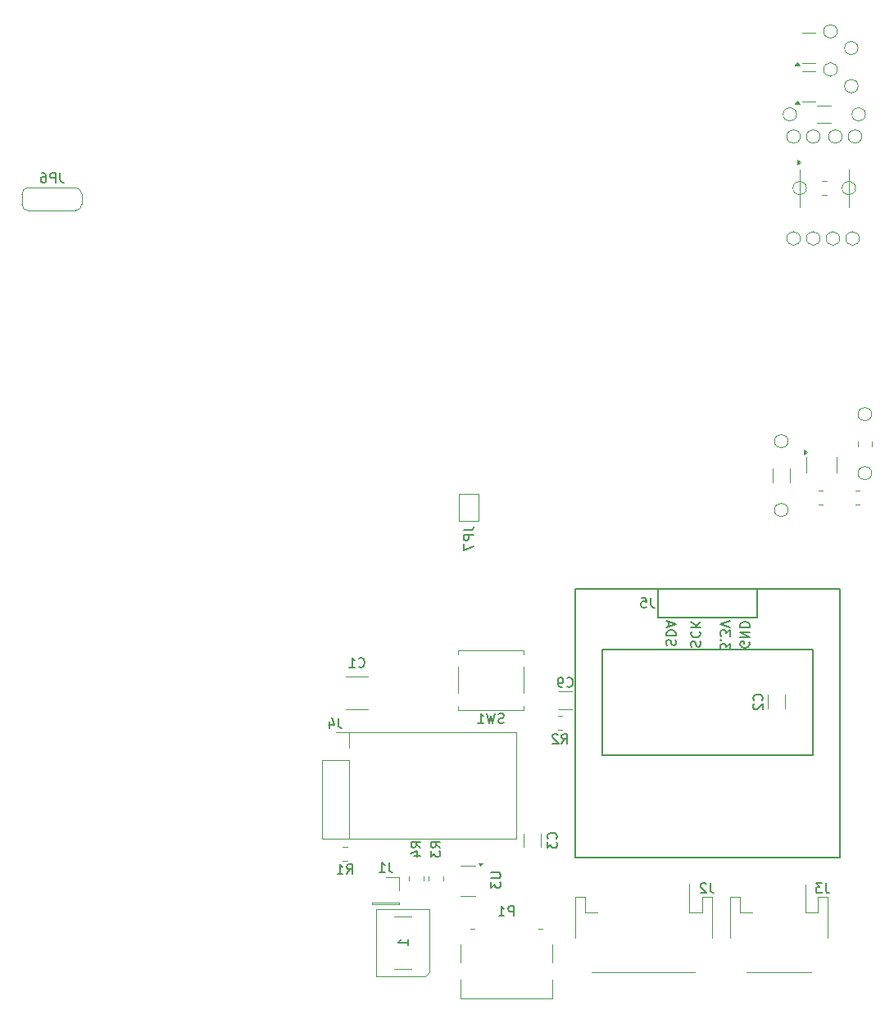
<source format=gbo>
%TF.GenerationSoftware,KiCad,Pcbnew,9.0.2*%
%TF.CreationDate,2025-06-27T14:31:59+02:00*%
%TF.ProjectId,led_driver_220v_p3,6c65645f-6472-4697-9665-725f32323076,rev?*%
%TF.SameCoordinates,Original*%
%TF.FileFunction,Legend,Bot*%
%TF.FilePolarity,Positive*%
%FSLAX46Y46*%
G04 Gerber Fmt 4.6, Leading zero omitted, Abs format (unit mm)*
G04 Created by KiCad (PCBNEW 9.0.2) date 2025-06-27 14:31:59*
%MOMM*%
%LPD*%
G01*
G04 APERTURE LIST*
%ADD10C,0.150000*%
%ADD11C,0.120000*%
G04 APERTURE END LIST*
D10*
X133788180Y-105130921D02*
X133788180Y-104511874D01*
X133788180Y-104511874D02*
X133407228Y-104845207D01*
X133407228Y-104845207D02*
X133407228Y-104702350D01*
X133407228Y-104702350D02*
X133359609Y-104607112D01*
X133359609Y-104607112D02*
X133311990Y-104559493D01*
X133311990Y-104559493D02*
X133216752Y-104511874D01*
X133216752Y-104511874D02*
X132978657Y-104511874D01*
X132978657Y-104511874D02*
X132883419Y-104559493D01*
X132883419Y-104559493D02*
X132835800Y-104607112D01*
X132835800Y-104607112D02*
X132788180Y-104702350D01*
X132788180Y-104702350D02*
X132788180Y-104988064D01*
X132788180Y-104988064D02*
X132835800Y-105083302D01*
X132835800Y-105083302D02*
X132883419Y-105130921D01*
X132883419Y-104083302D02*
X132835800Y-104035683D01*
X132835800Y-104035683D02*
X132788180Y-104083302D01*
X132788180Y-104083302D02*
X132835800Y-104130921D01*
X132835800Y-104130921D02*
X132883419Y-104083302D01*
X132883419Y-104083302D02*
X132788180Y-104083302D01*
X133788180Y-103702350D02*
X133788180Y-103083303D01*
X133788180Y-103083303D02*
X133407228Y-103416636D01*
X133407228Y-103416636D02*
X133407228Y-103273779D01*
X133407228Y-103273779D02*
X133359609Y-103178541D01*
X133359609Y-103178541D02*
X133311990Y-103130922D01*
X133311990Y-103130922D02*
X133216752Y-103083303D01*
X133216752Y-103083303D02*
X132978657Y-103083303D01*
X132978657Y-103083303D02*
X132883419Y-103130922D01*
X132883419Y-103130922D02*
X132835800Y-103178541D01*
X132835800Y-103178541D02*
X132788180Y-103273779D01*
X132788180Y-103273779D02*
X132788180Y-103559493D01*
X132788180Y-103559493D02*
X132835800Y-103654731D01*
X132835800Y-103654731D02*
X132883419Y-103702350D01*
X133788180Y-102797588D02*
X132788180Y-102464255D01*
X132788180Y-102464255D02*
X133788180Y-102130922D01*
X127247800Y-104654731D02*
X127200180Y-104511874D01*
X127200180Y-104511874D02*
X127200180Y-104273779D01*
X127200180Y-104273779D02*
X127247800Y-104178541D01*
X127247800Y-104178541D02*
X127295419Y-104130922D01*
X127295419Y-104130922D02*
X127390657Y-104083303D01*
X127390657Y-104083303D02*
X127485895Y-104083303D01*
X127485895Y-104083303D02*
X127581133Y-104130922D01*
X127581133Y-104130922D02*
X127628752Y-104178541D01*
X127628752Y-104178541D02*
X127676371Y-104273779D01*
X127676371Y-104273779D02*
X127723990Y-104464255D01*
X127723990Y-104464255D02*
X127771609Y-104559493D01*
X127771609Y-104559493D02*
X127819228Y-104607112D01*
X127819228Y-104607112D02*
X127914466Y-104654731D01*
X127914466Y-104654731D02*
X128009704Y-104654731D01*
X128009704Y-104654731D02*
X128104942Y-104607112D01*
X128104942Y-104607112D02*
X128152561Y-104559493D01*
X128152561Y-104559493D02*
X128200180Y-104464255D01*
X128200180Y-104464255D02*
X128200180Y-104226160D01*
X128200180Y-104226160D02*
X128152561Y-104083303D01*
X127200180Y-103654731D02*
X128200180Y-103654731D01*
X128200180Y-103654731D02*
X128200180Y-103416636D01*
X128200180Y-103416636D02*
X128152561Y-103273779D01*
X128152561Y-103273779D02*
X128057323Y-103178541D01*
X128057323Y-103178541D02*
X127962085Y-103130922D01*
X127962085Y-103130922D02*
X127771609Y-103083303D01*
X127771609Y-103083303D02*
X127628752Y-103083303D01*
X127628752Y-103083303D02*
X127438276Y-103130922D01*
X127438276Y-103130922D02*
X127343038Y-103178541D01*
X127343038Y-103178541D02*
X127247800Y-103273779D01*
X127247800Y-103273779D02*
X127200180Y-103416636D01*
X127200180Y-103416636D02*
X127200180Y-103654731D01*
X127485895Y-102702350D02*
X127485895Y-102226160D01*
X127200180Y-102797588D02*
X128200180Y-102464255D01*
X128200180Y-102464255D02*
X127200180Y-102130922D01*
X135772561Y-104321398D02*
X135820180Y-104416636D01*
X135820180Y-104416636D02*
X135820180Y-104559493D01*
X135820180Y-104559493D02*
X135772561Y-104702350D01*
X135772561Y-104702350D02*
X135677323Y-104797588D01*
X135677323Y-104797588D02*
X135582085Y-104845207D01*
X135582085Y-104845207D02*
X135391609Y-104892826D01*
X135391609Y-104892826D02*
X135248752Y-104892826D01*
X135248752Y-104892826D02*
X135058276Y-104845207D01*
X135058276Y-104845207D02*
X134963038Y-104797588D01*
X134963038Y-104797588D02*
X134867800Y-104702350D01*
X134867800Y-104702350D02*
X134820180Y-104559493D01*
X134820180Y-104559493D02*
X134820180Y-104464255D01*
X134820180Y-104464255D02*
X134867800Y-104321398D01*
X134867800Y-104321398D02*
X134915419Y-104273779D01*
X134915419Y-104273779D02*
X135248752Y-104273779D01*
X135248752Y-104273779D02*
X135248752Y-104464255D01*
X134820180Y-103845207D02*
X135820180Y-103845207D01*
X135820180Y-103845207D02*
X134820180Y-103273779D01*
X134820180Y-103273779D02*
X135820180Y-103273779D01*
X134820180Y-102797588D02*
X135820180Y-102797588D01*
X135820180Y-102797588D02*
X135820180Y-102559493D01*
X135820180Y-102559493D02*
X135772561Y-102416636D01*
X135772561Y-102416636D02*
X135677323Y-102321398D01*
X135677323Y-102321398D02*
X135582085Y-102273779D01*
X135582085Y-102273779D02*
X135391609Y-102226160D01*
X135391609Y-102226160D02*
X135248752Y-102226160D01*
X135248752Y-102226160D02*
X135058276Y-102273779D01*
X135058276Y-102273779D02*
X134963038Y-102321398D01*
X134963038Y-102321398D02*
X134867800Y-102416636D01*
X134867800Y-102416636D02*
X134820180Y-102559493D01*
X134820180Y-102559493D02*
X134820180Y-102797588D01*
X129787800Y-104797588D02*
X129740180Y-104654731D01*
X129740180Y-104654731D02*
X129740180Y-104416636D01*
X129740180Y-104416636D02*
X129787800Y-104321398D01*
X129787800Y-104321398D02*
X129835419Y-104273779D01*
X129835419Y-104273779D02*
X129930657Y-104226160D01*
X129930657Y-104226160D02*
X130025895Y-104226160D01*
X130025895Y-104226160D02*
X130121133Y-104273779D01*
X130121133Y-104273779D02*
X130168752Y-104321398D01*
X130168752Y-104321398D02*
X130216371Y-104416636D01*
X130216371Y-104416636D02*
X130263990Y-104607112D01*
X130263990Y-104607112D02*
X130311609Y-104702350D01*
X130311609Y-104702350D02*
X130359228Y-104749969D01*
X130359228Y-104749969D02*
X130454466Y-104797588D01*
X130454466Y-104797588D02*
X130549704Y-104797588D01*
X130549704Y-104797588D02*
X130644942Y-104749969D01*
X130644942Y-104749969D02*
X130692561Y-104702350D01*
X130692561Y-104702350D02*
X130740180Y-104607112D01*
X130740180Y-104607112D02*
X130740180Y-104369017D01*
X130740180Y-104369017D02*
X130692561Y-104226160D01*
X129835419Y-103226160D02*
X129787800Y-103273779D01*
X129787800Y-103273779D02*
X129740180Y-103416636D01*
X129740180Y-103416636D02*
X129740180Y-103511874D01*
X129740180Y-103511874D02*
X129787800Y-103654731D01*
X129787800Y-103654731D02*
X129883038Y-103749969D01*
X129883038Y-103749969D02*
X129978276Y-103797588D01*
X129978276Y-103797588D02*
X130168752Y-103845207D01*
X130168752Y-103845207D02*
X130311609Y-103845207D01*
X130311609Y-103845207D02*
X130502085Y-103797588D01*
X130502085Y-103797588D02*
X130597323Y-103749969D01*
X130597323Y-103749969D02*
X130692561Y-103654731D01*
X130692561Y-103654731D02*
X130740180Y-103511874D01*
X130740180Y-103511874D02*
X130740180Y-103416636D01*
X130740180Y-103416636D02*
X130692561Y-103273779D01*
X130692561Y-103273779D02*
X130644942Y-103226160D01*
X129740180Y-102797588D02*
X130740180Y-102797588D01*
X129740180Y-102226160D02*
X130311609Y-102654731D01*
X130740180Y-102226160D02*
X130168752Y-102797588D01*
X116391666Y-114812419D02*
X116724999Y-114336228D01*
X116963094Y-114812419D02*
X116963094Y-113812419D01*
X116963094Y-113812419D02*
X116582142Y-113812419D01*
X116582142Y-113812419D02*
X116486904Y-113860038D01*
X116486904Y-113860038D02*
X116439285Y-113907657D01*
X116439285Y-113907657D02*
X116391666Y-114002895D01*
X116391666Y-114002895D02*
X116391666Y-114145752D01*
X116391666Y-114145752D02*
X116439285Y-114240990D01*
X116439285Y-114240990D02*
X116486904Y-114288609D01*
X116486904Y-114288609D02*
X116582142Y-114336228D01*
X116582142Y-114336228D02*
X116963094Y-114336228D01*
X116010713Y-113907657D02*
X115963094Y-113860038D01*
X115963094Y-113860038D02*
X115867856Y-113812419D01*
X115867856Y-113812419D02*
X115629761Y-113812419D01*
X115629761Y-113812419D02*
X115534523Y-113860038D01*
X115534523Y-113860038D02*
X115486904Y-113907657D01*
X115486904Y-113907657D02*
X115439285Y-114002895D01*
X115439285Y-114002895D02*
X115439285Y-114098133D01*
X115439285Y-114098133D02*
X115486904Y-114240990D01*
X115486904Y-114240990D02*
X116058332Y-114812419D01*
X116058332Y-114812419D02*
X115439285Y-114812419D01*
X111418494Y-132632619D02*
X111418494Y-131632619D01*
X111418494Y-131632619D02*
X111037542Y-131632619D01*
X111037542Y-131632619D02*
X110942304Y-131680238D01*
X110942304Y-131680238D02*
X110894685Y-131727857D01*
X110894685Y-131727857D02*
X110847066Y-131823095D01*
X110847066Y-131823095D02*
X110847066Y-131965952D01*
X110847066Y-131965952D02*
X110894685Y-132061190D01*
X110894685Y-132061190D02*
X110942304Y-132108809D01*
X110942304Y-132108809D02*
X111037542Y-132156428D01*
X111037542Y-132156428D02*
X111418494Y-132156428D01*
X109894685Y-132632619D02*
X110466113Y-132632619D01*
X110180399Y-132632619D02*
X110180399Y-131632619D01*
X110180399Y-131632619D02*
X110275637Y-131775476D01*
X110275637Y-131775476D02*
X110370875Y-131870714D01*
X110370875Y-131870714D02*
X110466113Y-131918333D01*
X64559333Y-55816819D02*
X64559333Y-56531104D01*
X64559333Y-56531104D02*
X64606952Y-56673961D01*
X64606952Y-56673961D02*
X64702190Y-56769200D01*
X64702190Y-56769200D02*
X64845047Y-56816819D01*
X64845047Y-56816819D02*
X64940285Y-56816819D01*
X64083142Y-56816819D02*
X64083142Y-55816819D01*
X64083142Y-55816819D02*
X63702190Y-55816819D01*
X63702190Y-55816819D02*
X63606952Y-55864438D01*
X63606952Y-55864438D02*
X63559333Y-55912057D01*
X63559333Y-55912057D02*
X63511714Y-56007295D01*
X63511714Y-56007295D02*
X63511714Y-56150152D01*
X63511714Y-56150152D02*
X63559333Y-56245390D01*
X63559333Y-56245390D02*
X63606952Y-56293009D01*
X63606952Y-56293009D02*
X63702190Y-56340628D01*
X63702190Y-56340628D02*
X64083142Y-56340628D01*
X62654571Y-55816819D02*
X62845047Y-55816819D01*
X62845047Y-55816819D02*
X62940285Y-55864438D01*
X62940285Y-55864438D02*
X62987904Y-55912057D01*
X62987904Y-55912057D02*
X63083142Y-56054914D01*
X63083142Y-56054914D02*
X63130761Y-56245390D01*
X63130761Y-56245390D02*
X63130761Y-56626342D01*
X63130761Y-56626342D02*
X63083142Y-56721580D01*
X63083142Y-56721580D02*
X63035523Y-56769200D01*
X63035523Y-56769200D02*
X62940285Y-56816819D01*
X62940285Y-56816819D02*
X62749809Y-56816819D01*
X62749809Y-56816819D02*
X62654571Y-56769200D01*
X62654571Y-56769200D02*
X62606952Y-56721580D01*
X62606952Y-56721580D02*
X62559333Y-56626342D01*
X62559333Y-56626342D02*
X62559333Y-56388247D01*
X62559333Y-56388247D02*
X62606952Y-56293009D01*
X62606952Y-56293009D02*
X62654571Y-56245390D01*
X62654571Y-56245390D02*
X62749809Y-56197771D01*
X62749809Y-56197771D02*
X62940285Y-56197771D01*
X62940285Y-56197771D02*
X63035523Y-56245390D01*
X63035523Y-56245390D02*
X63083142Y-56293009D01*
X63083142Y-56293009D02*
X63130761Y-56388247D01*
X116925066Y-108875180D02*
X116972685Y-108922800D01*
X116972685Y-108922800D02*
X117115542Y-108970419D01*
X117115542Y-108970419D02*
X117210780Y-108970419D01*
X117210780Y-108970419D02*
X117353637Y-108922800D01*
X117353637Y-108922800D02*
X117448875Y-108827561D01*
X117448875Y-108827561D02*
X117496494Y-108732323D01*
X117496494Y-108732323D02*
X117544113Y-108541847D01*
X117544113Y-108541847D02*
X117544113Y-108398990D01*
X117544113Y-108398990D02*
X117496494Y-108208514D01*
X117496494Y-108208514D02*
X117448875Y-108113276D01*
X117448875Y-108113276D02*
X117353637Y-108018038D01*
X117353637Y-108018038D02*
X117210780Y-107970419D01*
X117210780Y-107970419D02*
X117115542Y-107970419D01*
X117115542Y-107970419D02*
X116972685Y-108018038D01*
X116972685Y-108018038D02*
X116925066Y-108065657D01*
X116448875Y-108970419D02*
X116258399Y-108970419D01*
X116258399Y-108970419D02*
X116163161Y-108922800D01*
X116163161Y-108922800D02*
X116115542Y-108875180D01*
X116115542Y-108875180D02*
X116020304Y-108732323D01*
X116020304Y-108732323D02*
X115972685Y-108541847D01*
X115972685Y-108541847D02*
X115972685Y-108160895D01*
X115972685Y-108160895D02*
X116020304Y-108065657D01*
X116020304Y-108065657D02*
X116067923Y-108018038D01*
X116067923Y-108018038D02*
X116163161Y-107970419D01*
X116163161Y-107970419D02*
X116353637Y-107970419D01*
X116353637Y-107970419D02*
X116448875Y-108018038D01*
X116448875Y-108018038D02*
X116496494Y-108065657D01*
X116496494Y-108065657D02*
X116544113Y-108160895D01*
X116544113Y-108160895D02*
X116544113Y-108398990D01*
X116544113Y-108398990D02*
X116496494Y-108494228D01*
X116496494Y-108494228D02*
X116448875Y-108541847D01*
X116448875Y-108541847D02*
X116353637Y-108589466D01*
X116353637Y-108589466D02*
X116163161Y-108589466D01*
X116163161Y-108589466D02*
X116067923Y-108541847D01*
X116067923Y-108541847D02*
X116020304Y-108494228D01*
X116020304Y-108494228D02*
X115972685Y-108398990D01*
X93317333Y-112186819D02*
X93317333Y-112901104D01*
X93317333Y-112901104D02*
X93364952Y-113043961D01*
X93364952Y-113043961D02*
X93460190Y-113139200D01*
X93460190Y-113139200D02*
X93603047Y-113186819D01*
X93603047Y-113186819D02*
X93698285Y-113186819D01*
X92412571Y-112520152D02*
X92412571Y-113186819D01*
X92650666Y-112139200D02*
X92888761Y-112853485D01*
X92888761Y-112853485D02*
X92269714Y-112853485D01*
X100487819Y-135644914D02*
X100487819Y-135073486D01*
X100487819Y-135359200D02*
X99487819Y-135359200D01*
X99487819Y-135359200D02*
X99630676Y-135263962D01*
X99630676Y-135263962D02*
X99725914Y-135168724D01*
X99725914Y-135168724D02*
X99773533Y-135073486D01*
X115810380Y-124643433D02*
X115858000Y-124595814D01*
X115858000Y-124595814D02*
X115905619Y-124452957D01*
X115905619Y-124452957D02*
X115905619Y-124357719D01*
X115905619Y-124357719D02*
X115858000Y-124214862D01*
X115858000Y-124214862D02*
X115762761Y-124119624D01*
X115762761Y-124119624D02*
X115667523Y-124072005D01*
X115667523Y-124072005D02*
X115477047Y-124024386D01*
X115477047Y-124024386D02*
X115334190Y-124024386D01*
X115334190Y-124024386D02*
X115143714Y-124072005D01*
X115143714Y-124072005D02*
X115048476Y-124119624D01*
X115048476Y-124119624D02*
X114953238Y-124214862D01*
X114953238Y-124214862D02*
X114905619Y-124357719D01*
X114905619Y-124357719D02*
X114905619Y-124452957D01*
X114905619Y-124452957D02*
X114953238Y-124595814D01*
X114953238Y-124595814D02*
X115000857Y-124643433D01*
X114905619Y-124976767D02*
X114905619Y-125595814D01*
X114905619Y-125595814D02*
X115286571Y-125262481D01*
X115286571Y-125262481D02*
X115286571Y-125405338D01*
X115286571Y-125405338D02*
X115334190Y-125500576D01*
X115334190Y-125500576D02*
X115381809Y-125548195D01*
X115381809Y-125548195D02*
X115477047Y-125595814D01*
X115477047Y-125595814D02*
X115715142Y-125595814D01*
X115715142Y-125595814D02*
X115810380Y-125548195D01*
X115810380Y-125548195D02*
X115858000Y-125500576D01*
X115858000Y-125500576D02*
X115905619Y-125405338D01*
X115905619Y-125405338D02*
X115905619Y-125119624D01*
X115905619Y-125119624D02*
X115858000Y-125024386D01*
X115858000Y-125024386D02*
X115810380Y-124976767D01*
X125588533Y-99740819D02*
X125588533Y-100455104D01*
X125588533Y-100455104D02*
X125636152Y-100597961D01*
X125636152Y-100597961D02*
X125731390Y-100693200D01*
X125731390Y-100693200D02*
X125874247Y-100740819D01*
X125874247Y-100740819D02*
X125969485Y-100740819D01*
X124636152Y-99740819D02*
X125112342Y-99740819D01*
X125112342Y-99740819D02*
X125159961Y-100217009D01*
X125159961Y-100217009D02*
X125112342Y-100169390D01*
X125112342Y-100169390D02*
X125017104Y-100121771D01*
X125017104Y-100121771D02*
X124779009Y-100121771D01*
X124779009Y-100121771D02*
X124683771Y-100169390D01*
X124683771Y-100169390D02*
X124636152Y-100217009D01*
X124636152Y-100217009D02*
X124588533Y-100312247D01*
X124588533Y-100312247D02*
X124588533Y-100550342D01*
X124588533Y-100550342D02*
X124636152Y-100645580D01*
X124636152Y-100645580D02*
X124683771Y-100693200D01*
X124683771Y-100693200D02*
X124779009Y-100740819D01*
X124779009Y-100740819D02*
X125017104Y-100740819D01*
X125017104Y-100740819D02*
X125112342Y-100693200D01*
X125112342Y-100693200D02*
X125159961Y-100645580D01*
X98549733Y-127078819D02*
X98549733Y-127793104D01*
X98549733Y-127793104D02*
X98597352Y-127935961D01*
X98597352Y-127935961D02*
X98692590Y-128031200D01*
X98692590Y-128031200D02*
X98835447Y-128078819D01*
X98835447Y-128078819D02*
X98930685Y-128078819D01*
X97549733Y-128078819D02*
X98121161Y-128078819D01*
X97835447Y-128078819D02*
X97835447Y-127078819D01*
X97835447Y-127078819D02*
X97930685Y-127221676D01*
X97930685Y-127221676D02*
X98025923Y-127316914D01*
X98025923Y-127316914D02*
X98121161Y-127364533D01*
X137086580Y-110330133D02*
X137134200Y-110282514D01*
X137134200Y-110282514D02*
X137181819Y-110139657D01*
X137181819Y-110139657D02*
X137181819Y-110044419D01*
X137181819Y-110044419D02*
X137134200Y-109901562D01*
X137134200Y-109901562D02*
X137038961Y-109806324D01*
X137038961Y-109806324D02*
X136943723Y-109758705D01*
X136943723Y-109758705D02*
X136753247Y-109711086D01*
X136753247Y-109711086D02*
X136610390Y-109711086D01*
X136610390Y-109711086D02*
X136419914Y-109758705D01*
X136419914Y-109758705D02*
X136324676Y-109806324D01*
X136324676Y-109806324D02*
X136229438Y-109901562D01*
X136229438Y-109901562D02*
X136181819Y-110044419D01*
X136181819Y-110044419D02*
X136181819Y-110139657D01*
X136181819Y-110139657D02*
X136229438Y-110282514D01*
X136229438Y-110282514D02*
X136277057Y-110330133D01*
X136277057Y-110711086D02*
X136229438Y-110758705D01*
X136229438Y-110758705D02*
X136181819Y-110853943D01*
X136181819Y-110853943D02*
X136181819Y-111092038D01*
X136181819Y-111092038D02*
X136229438Y-111187276D01*
X136229438Y-111187276D02*
X136277057Y-111234895D01*
X136277057Y-111234895D02*
X136372295Y-111282514D01*
X136372295Y-111282514D02*
X136467533Y-111282514D01*
X136467533Y-111282514D02*
X136610390Y-111234895D01*
X136610390Y-111234895D02*
X137181819Y-110663467D01*
X137181819Y-110663467D02*
X137181819Y-111282514D01*
X94166666Y-128298819D02*
X94499999Y-127822628D01*
X94738094Y-128298819D02*
X94738094Y-127298819D01*
X94738094Y-127298819D02*
X94357142Y-127298819D01*
X94357142Y-127298819D02*
X94261904Y-127346438D01*
X94261904Y-127346438D02*
X94214285Y-127394057D01*
X94214285Y-127394057D02*
X94166666Y-127489295D01*
X94166666Y-127489295D02*
X94166666Y-127632152D01*
X94166666Y-127632152D02*
X94214285Y-127727390D01*
X94214285Y-127727390D02*
X94261904Y-127775009D01*
X94261904Y-127775009D02*
X94357142Y-127822628D01*
X94357142Y-127822628D02*
X94738094Y-127822628D01*
X93214285Y-128298819D02*
X93785713Y-128298819D01*
X93499999Y-128298819D02*
X93499999Y-127298819D01*
X93499999Y-127298819D02*
X93595237Y-127441676D01*
X93595237Y-127441676D02*
X93690475Y-127536914D01*
X93690475Y-127536914D02*
X93785713Y-127584533D01*
X101820819Y-125551333D02*
X101344628Y-125218000D01*
X101820819Y-124979905D02*
X100820819Y-124979905D01*
X100820819Y-124979905D02*
X100820819Y-125360857D01*
X100820819Y-125360857D02*
X100868438Y-125456095D01*
X100868438Y-125456095D02*
X100916057Y-125503714D01*
X100916057Y-125503714D02*
X101011295Y-125551333D01*
X101011295Y-125551333D02*
X101154152Y-125551333D01*
X101154152Y-125551333D02*
X101249390Y-125503714D01*
X101249390Y-125503714D02*
X101297009Y-125456095D01*
X101297009Y-125456095D02*
X101344628Y-125360857D01*
X101344628Y-125360857D02*
X101344628Y-124979905D01*
X101154152Y-126408476D02*
X101820819Y-126408476D01*
X100773200Y-126170381D02*
X101487485Y-125932286D01*
X101487485Y-125932286D02*
X101487485Y-126551333D01*
X109081319Y-128160095D02*
X109890842Y-128160095D01*
X109890842Y-128160095D02*
X109986080Y-128207714D01*
X109986080Y-128207714D02*
X110033700Y-128255333D01*
X110033700Y-128255333D02*
X110081319Y-128350571D01*
X110081319Y-128350571D02*
X110081319Y-128541047D01*
X110081319Y-128541047D02*
X110033700Y-128636285D01*
X110033700Y-128636285D02*
X109986080Y-128683904D01*
X109986080Y-128683904D02*
X109890842Y-128731523D01*
X109890842Y-128731523D02*
X109081319Y-128731523D01*
X109081319Y-129112476D02*
X109081319Y-129731523D01*
X109081319Y-129731523D02*
X109462271Y-129398190D01*
X109462271Y-129398190D02*
X109462271Y-129541047D01*
X109462271Y-129541047D02*
X109509890Y-129636285D01*
X109509890Y-129636285D02*
X109557509Y-129683904D01*
X109557509Y-129683904D02*
X109652747Y-129731523D01*
X109652747Y-129731523D02*
X109890842Y-129731523D01*
X109890842Y-129731523D02*
X109986080Y-129683904D01*
X109986080Y-129683904D02*
X110033700Y-129636285D01*
X110033700Y-129636285D02*
X110081319Y-129541047D01*
X110081319Y-129541047D02*
X110081319Y-129255333D01*
X110081319Y-129255333D02*
X110033700Y-129160095D01*
X110033700Y-129160095D02*
X109986080Y-129112476D01*
X143673333Y-129246019D02*
X143673333Y-129960304D01*
X143673333Y-129960304D02*
X143720952Y-130103161D01*
X143720952Y-130103161D02*
X143816190Y-130198400D01*
X143816190Y-130198400D02*
X143959047Y-130246019D01*
X143959047Y-130246019D02*
X144054285Y-130246019D01*
X143292380Y-129246019D02*
X142673333Y-129246019D01*
X142673333Y-129246019D02*
X143006666Y-129626971D01*
X143006666Y-129626971D02*
X142863809Y-129626971D01*
X142863809Y-129626971D02*
X142768571Y-129674590D01*
X142768571Y-129674590D02*
X142720952Y-129722209D01*
X142720952Y-129722209D02*
X142673333Y-129817447D01*
X142673333Y-129817447D02*
X142673333Y-130055542D01*
X142673333Y-130055542D02*
X142720952Y-130150780D01*
X142720952Y-130150780D02*
X142768571Y-130198400D01*
X142768571Y-130198400D02*
X142863809Y-130246019D01*
X142863809Y-130246019D02*
X143149523Y-130246019D01*
X143149523Y-130246019D02*
X143244761Y-130198400D01*
X143244761Y-130198400D02*
X143292380Y-130150780D01*
X110405332Y-112656600D02*
X110262475Y-112704219D01*
X110262475Y-112704219D02*
X110024380Y-112704219D01*
X110024380Y-112704219D02*
X109929142Y-112656600D01*
X109929142Y-112656600D02*
X109881523Y-112608980D01*
X109881523Y-112608980D02*
X109833904Y-112513742D01*
X109833904Y-112513742D02*
X109833904Y-112418504D01*
X109833904Y-112418504D02*
X109881523Y-112323266D01*
X109881523Y-112323266D02*
X109929142Y-112275647D01*
X109929142Y-112275647D02*
X110024380Y-112228028D01*
X110024380Y-112228028D02*
X110214856Y-112180409D01*
X110214856Y-112180409D02*
X110310094Y-112132790D01*
X110310094Y-112132790D02*
X110357713Y-112085171D01*
X110357713Y-112085171D02*
X110405332Y-111989933D01*
X110405332Y-111989933D02*
X110405332Y-111894695D01*
X110405332Y-111894695D02*
X110357713Y-111799457D01*
X110357713Y-111799457D02*
X110310094Y-111751838D01*
X110310094Y-111751838D02*
X110214856Y-111704219D01*
X110214856Y-111704219D02*
X109976761Y-111704219D01*
X109976761Y-111704219D02*
X109833904Y-111751838D01*
X109500570Y-111704219D02*
X109262475Y-112704219D01*
X109262475Y-112704219D02*
X109071999Y-111989933D01*
X109071999Y-111989933D02*
X108881523Y-112704219D01*
X108881523Y-112704219D02*
X108643428Y-111704219D01*
X107738666Y-112704219D02*
X108310094Y-112704219D01*
X108024380Y-112704219D02*
X108024380Y-111704219D01*
X108024380Y-111704219D02*
X108119618Y-111847076D01*
X108119618Y-111847076D02*
X108214856Y-111942314D01*
X108214856Y-111942314D02*
X108310094Y-111989933D01*
X95402966Y-106850980D02*
X95450585Y-106898600D01*
X95450585Y-106898600D02*
X95593442Y-106946219D01*
X95593442Y-106946219D02*
X95688680Y-106946219D01*
X95688680Y-106946219D02*
X95831537Y-106898600D01*
X95831537Y-106898600D02*
X95926775Y-106803361D01*
X95926775Y-106803361D02*
X95974394Y-106708123D01*
X95974394Y-106708123D02*
X96022013Y-106517647D01*
X96022013Y-106517647D02*
X96022013Y-106374790D01*
X96022013Y-106374790D02*
X95974394Y-106184314D01*
X95974394Y-106184314D02*
X95926775Y-106089076D01*
X95926775Y-106089076D02*
X95831537Y-105993838D01*
X95831537Y-105993838D02*
X95688680Y-105946219D01*
X95688680Y-105946219D02*
X95593442Y-105946219D01*
X95593442Y-105946219D02*
X95450585Y-105993838D01*
X95450585Y-105993838D02*
X95402966Y-106041457D01*
X94450585Y-106946219D02*
X95022013Y-106946219D01*
X94736299Y-106946219D02*
X94736299Y-105946219D01*
X94736299Y-105946219D02*
X94831537Y-106089076D01*
X94831537Y-106089076D02*
X94926775Y-106184314D01*
X94926775Y-106184314D02*
X95022013Y-106231933D01*
X103852819Y-125551333D02*
X103376628Y-125218000D01*
X103852819Y-124979905D02*
X102852819Y-124979905D01*
X102852819Y-124979905D02*
X102852819Y-125360857D01*
X102852819Y-125360857D02*
X102900438Y-125456095D01*
X102900438Y-125456095D02*
X102948057Y-125503714D01*
X102948057Y-125503714D02*
X103043295Y-125551333D01*
X103043295Y-125551333D02*
X103186152Y-125551333D01*
X103186152Y-125551333D02*
X103281390Y-125503714D01*
X103281390Y-125503714D02*
X103329009Y-125456095D01*
X103329009Y-125456095D02*
X103376628Y-125360857D01*
X103376628Y-125360857D02*
X103376628Y-124979905D01*
X102852819Y-125884667D02*
X102852819Y-126503714D01*
X102852819Y-126503714D02*
X103233771Y-126170381D01*
X103233771Y-126170381D02*
X103233771Y-126313238D01*
X103233771Y-126313238D02*
X103281390Y-126408476D01*
X103281390Y-126408476D02*
X103329009Y-126456095D01*
X103329009Y-126456095D02*
X103424247Y-126503714D01*
X103424247Y-126503714D02*
X103662342Y-126503714D01*
X103662342Y-126503714D02*
X103757580Y-126456095D01*
X103757580Y-126456095D02*
X103805200Y-126408476D01*
X103805200Y-126408476D02*
X103852819Y-126313238D01*
X103852819Y-126313238D02*
X103852819Y-126027524D01*
X103852819Y-126027524D02*
X103805200Y-125932286D01*
X103805200Y-125932286D02*
X103757580Y-125884667D01*
X131735333Y-129225019D02*
X131735333Y-129939304D01*
X131735333Y-129939304D02*
X131782952Y-130082161D01*
X131782952Y-130082161D02*
X131878190Y-130177400D01*
X131878190Y-130177400D02*
X132021047Y-130225019D01*
X132021047Y-130225019D02*
X132116285Y-130225019D01*
X131306761Y-129320257D02*
X131259142Y-129272638D01*
X131259142Y-129272638D02*
X131163904Y-129225019D01*
X131163904Y-129225019D02*
X130925809Y-129225019D01*
X130925809Y-129225019D02*
X130830571Y-129272638D01*
X130830571Y-129272638D02*
X130782952Y-129320257D01*
X130782952Y-129320257D02*
X130735333Y-129415495D01*
X130735333Y-129415495D02*
X130735333Y-129510733D01*
X130735333Y-129510733D02*
X130782952Y-129653590D01*
X130782952Y-129653590D02*
X131354380Y-130225019D01*
X131354380Y-130225019D02*
X130735333Y-130225019D01*
X106254819Y-92766666D02*
X106969104Y-92766666D01*
X106969104Y-92766666D02*
X107111961Y-92719047D01*
X107111961Y-92719047D02*
X107207200Y-92623809D01*
X107207200Y-92623809D02*
X107254819Y-92480952D01*
X107254819Y-92480952D02*
X107254819Y-92385714D01*
X107254819Y-93242857D02*
X106254819Y-93242857D01*
X106254819Y-93242857D02*
X106254819Y-93623809D01*
X106254819Y-93623809D02*
X106302438Y-93719047D01*
X106302438Y-93719047D02*
X106350057Y-93766666D01*
X106350057Y-93766666D02*
X106445295Y-93814285D01*
X106445295Y-93814285D02*
X106588152Y-93814285D01*
X106588152Y-93814285D02*
X106683390Y-93766666D01*
X106683390Y-93766666D02*
X106731009Y-93719047D01*
X106731009Y-93719047D02*
X106778628Y-93623809D01*
X106778628Y-93623809D02*
X106778628Y-93242857D01*
X106254819Y-94147619D02*
X106254819Y-94814285D01*
X106254819Y-94814285D02*
X107254819Y-94385714D01*
D11*
%TO.C,TP49*%
X148414000Y-86856000D02*
G75*
G02*
X147014000Y-86856000I-700000J0D01*
G01*
X147014000Y-86856000D02*
G75*
G02*
X148414000Y-86856000I700000J0D01*
G01*
%TO.C,TP48*%
X139778000Y-90666000D02*
G75*
G02*
X138378000Y-90666000I-700000J0D01*
G01*
X138378000Y-90666000D02*
G75*
G02*
X139778000Y-90666000I700000J0D01*
G01*
%TO.C,TP47*%
X148414000Y-80760000D02*
G75*
G02*
X147014000Y-80760000I-700000J0D01*
G01*
X147014000Y-80760000D02*
G75*
G02*
X148414000Y-80760000I700000J0D01*
G01*
%TO.C,R9*%
X146979000Y-83596936D02*
X146979000Y-84051064D01*
X148449000Y-83596936D02*
X148449000Y-84051064D01*
%TO.C,R8*%
X138168000Y-86382936D02*
X138168000Y-87837064D01*
X139988000Y-86382936D02*
X139988000Y-87837064D01*
%TO.C,U3*%
X141709000Y-85961500D02*
X141709000Y-85161500D01*
X141709000Y-85961500D02*
X141709000Y-86761500D01*
X144829000Y-85961500D02*
X144829000Y-85161500D01*
X144829000Y-85961500D02*
X144829000Y-86761500D01*
X141759000Y-84661500D02*
X141429000Y-84901500D01*
X141429000Y-84421500D01*
X141759000Y-84661500D01*
G36*
X141759000Y-84661500D02*
G01*
X141429000Y-84901500D01*
X141429000Y-84421500D01*
X141759000Y-84661500D01*
G37*
%TO.C,R7*%
X146740936Y-90131000D02*
X147195064Y-90131000D01*
X146740936Y-88661000D02*
X147195064Y-88661000D01*
%TO.C,R6*%
X142930936Y-90131000D02*
X143385064Y-90131000D01*
X142930936Y-88661000D02*
X143385064Y-88661000D01*
%TO.C,R2*%
X115997936Y-111946200D02*
X116452064Y-111946200D01*
X115997936Y-113416200D02*
X116452064Y-113416200D01*
%TO.C,P1*%
X105930400Y-135556000D02*
X105930400Y-137461000D01*
X105930600Y-139239000D02*
X105930600Y-141118600D01*
X107378400Y-133936000D02*
X106972000Y-133936000D01*
X114388800Y-133936000D02*
X113982400Y-133936000D01*
X115430200Y-139239000D02*
X115430200Y-141118600D01*
X115430200Y-141118600D02*
X105930600Y-141118600D01*
X115430400Y-135556000D02*
X115430200Y-137461000D01*
%TO.C,JP6*%
X60616000Y-58042000D02*
X60616000Y-59042000D01*
X61316000Y-59736998D02*
X66116000Y-59742660D01*
X66086325Y-57332630D02*
X61316110Y-57326975D01*
X66816000Y-59042000D02*
X66816000Y-58042000D01*
X60616000Y-58042000D02*
G75*
G02*
X61316000Y-57326974I700110J14760D01*
G01*
X61316000Y-59736994D02*
G75*
G02*
X60616004Y-59042000I-10J700004D01*
G01*
X66116000Y-57332000D02*
G75*
G02*
X66816000Y-58032000I1J-699999D01*
G01*
X66816000Y-59032000D02*
G75*
G02*
X66116000Y-59732000I-699999J-1D01*
G01*
%TO.C,R5*%
X143766064Y-56657000D02*
X143311936Y-56657000D01*
X143766064Y-58127000D02*
X143311936Y-58127000D01*
%TO.C,TP41*%
X141048000Y-62599000D02*
G75*
G02*
X139648000Y-62599000I-700000J0D01*
G01*
X139648000Y-62599000D02*
G75*
G02*
X141048000Y-62599000I700000J0D01*
G01*
%TO.C,TP35*%
X145366000Y-52058000D02*
G75*
G02*
X143966000Y-52058000I-700000J0D01*
G01*
X143966000Y-52058000D02*
G75*
G02*
X145366000Y-52058000I700000J0D01*
G01*
%TO.C,TP30*%
X147017000Y-42914000D02*
G75*
G02*
X145617000Y-42914000I-700000J0D01*
G01*
X145617000Y-42914000D02*
G75*
G02*
X147017000Y-42914000I700000J0D01*
G01*
%TO.C,TP45*%
X141683000Y-57392000D02*
G75*
G02*
X140283000Y-57392000I-700000J0D01*
G01*
X140283000Y-57392000D02*
G75*
G02*
X141683000Y-57392000I700000J0D01*
G01*
%TO.C,C9*%
X116060248Y-109434400D02*
X117482752Y-109434400D01*
X116060248Y-111254400D02*
X117482752Y-111254400D01*
%TO.C,TP31*%
X147017000Y-46851000D02*
G75*
G02*
X145617000Y-46851000I-700000J0D01*
G01*
X145617000Y-46851000D02*
G75*
G02*
X147017000Y-46851000I700000J0D01*
G01*
%TO.C,J4*%
X91668000Y-116542000D02*
X91668000Y-124622000D01*
X94428000Y-116542000D02*
X91668000Y-116542000D01*
X94428000Y-116542000D02*
X94428000Y-124622000D01*
X94428000Y-124622000D02*
X91668000Y-124622000D01*
X94428000Y-124622000D02*
X111718000Y-124622000D01*
X94448000Y-113622000D02*
X93048000Y-113622000D01*
X94448000Y-113622000D02*
X111718000Y-113622000D01*
X94448000Y-115272000D02*
X94448000Y-113622000D01*
X111718000Y-113622000D02*
X111718000Y-124622000D01*
%TO.C,TP44*%
X146763000Y-57392000D02*
G75*
G02*
X145363000Y-57392000I-700000J0D01*
G01*
X145363000Y-57392000D02*
G75*
G02*
X146763000Y-57392000I700000J0D01*
G01*
%TO.C,D1*%
X97245400Y-131900400D02*
X97245400Y-138900400D01*
X97245400Y-131900400D02*
X102745400Y-131900400D01*
X100895400Y-132700400D02*
X99095400Y-132700400D01*
X100895400Y-138100400D02*
X99095400Y-138100400D01*
X102295400Y-138900400D02*
X97245400Y-138900400D01*
X102745400Y-131900400D02*
X102745400Y-138450400D01*
X102745400Y-138450400D02*
X102295400Y-138900400D01*
%TO.C,J51*%
X140963000Y-57392000D02*
X140963000Y-55442000D01*
X140963000Y-57392000D02*
X140963000Y-59342000D01*
X146083000Y-57392000D02*
X146083000Y-55442000D01*
X146083000Y-57392000D02*
X146083000Y-59342000D01*
X141058000Y-54692000D02*
X140728000Y-54932000D01*
X140728000Y-54452000D01*
X141058000Y-54692000D01*
G36*
X141058000Y-54692000D02*
G01*
X140728000Y-54932000D01*
X140728000Y-54452000D01*
X141058000Y-54692000D01*
G37*
%TO.C,TP32*%
X144858000Y-45134000D02*
G75*
G02*
X143458000Y-45134000I-700000J0D01*
G01*
X143458000Y-45134000D02*
G75*
G02*
X144858000Y-45134000I700000J0D01*
G01*
%TO.C,C3*%
X112458000Y-124098848D02*
X112458000Y-125521352D01*
X114278000Y-124098848D02*
X114278000Y-125521352D01*
D10*
%TO.C,J5*%
X117752800Y-98786000D02*
X117752800Y-126586000D01*
X120552800Y-105086000D02*
X120552800Y-115950000D01*
X126352800Y-98786000D02*
X126352800Y-101786000D01*
X136552800Y-98786000D02*
X126352800Y-98786000D01*
X136552800Y-98786000D02*
X136552800Y-101786000D01*
X136552800Y-101786000D02*
X126352800Y-101786000D01*
X142324800Y-105086000D02*
X120580800Y-105086000D01*
X142324800Y-115986000D02*
X120580800Y-115986000D01*
X142352800Y-105086000D02*
X142352800Y-115950000D01*
X145102800Y-98786000D02*
X117802800Y-98786000D01*
X145102800Y-126586000D02*
X117802800Y-126586000D01*
X145152800Y-98786000D02*
X145152800Y-126586000D01*
D11*
%TO.C,J1*%
X96836400Y-131274000D02*
X96836400Y-131384000D01*
X99596400Y-128624000D02*
X98216400Y-128624000D01*
X99596400Y-130004000D02*
X99596400Y-128624000D01*
X99596400Y-131274000D02*
X96836400Y-131274000D01*
X99596400Y-131274000D02*
X99596400Y-131384000D01*
X99596400Y-131384000D02*
X96836400Y-131384000D01*
%TO.C,C2*%
X137667000Y-109785548D02*
X137667000Y-111208052D01*
X139487000Y-109785548D02*
X139487000Y-111208052D01*
%TO.C,R1*%
X93772936Y-125459000D02*
X94227064Y-125459000D01*
X93772936Y-126929000D02*
X94227064Y-126929000D01*
%TO.C,TP34*%
X147398000Y-52058000D02*
G75*
G02*
X145998000Y-52058000I-700000J0D01*
G01*
X145998000Y-52058000D02*
G75*
G02*
X147398000Y-52058000I700000J0D01*
G01*
%TO.C,R4*%
X100631000Y-128977064D02*
X100631000Y-128522936D01*
X102101000Y-128977064D02*
X102101000Y-128522936D01*
%TO.C,TP38*%
X147144000Y-62599000D02*
G75*
G02*
X145744000Y-62599000I-700000J0D01*
G01*
X145744000Y-62599000D02*
G75*
G02*
X147144000Y-62599000I700000J0D01*
G01*
%TO.C,Q3*%
X141920500Y-45291000D02*
X141270500Y-45291000D01*
X141920500Y-45291000D02*
X142570500Y-45291000D01*
X141920500Y-48411000D02*
X141270500Y-48411000D01*
X141920500Y-48411000D02*
X142570500Y-48411000D01*
X140998000Y-48691000D02*
X140518000Y-48691000D01*
X140758000Y-48361000D01*
X140998000Y-48691000D01*
G36*
X140998000Y-48691000D02*
G01*
X140518000Y-48691000D01*
X140758000Y-48361000D01*
X140998000Y-48691000D01*
G37*
%TO.C,TP42*%
X147779000Y-49772000D02*
G75*
G02*
X146379000Y-49772000I-700000J0D01*
G01*
X146379000Y-49772000D02*
G75*
G02*
X147779000Y-49772000I700000J0D01*
G01*
%TO.C,Q2*%
X141920500Y-41354000D02*
X141270500Y-41354000D01*
X141920500Y-41354000D02*
X142570500Y-41354000D01*
X141920500Y-44474000D02*
X141270500Y-44474000D01*
X141920500Y-44474000D02*
X142570500Y-44474000D01*
X140998000Y-44754000D02*
X140518000Y-44754000D01*
X140758000Y-44424000D01*
X140998000Y-44754000D01*
G36*
X140998000Y-44754000D02*
G01*
X140518000Y-44754000D01*
X140758000Y-44424000D01*
X140998000Y-44754000D01*
G37*
%TO.C,TP40*%
X143080000Y-62599000D02*
G75*
G02*
X141680000Y-62599000I-700000J0D01*
G01*
X141680000Y-62599000D02*
G75*
G02*
X143080000Y-62599000I700000J0D01*
G01*
%TO.C,TP36*%
X143080000Y-52058000D02*
G75*
G02*
X141680000Y-52058000I-700000J0D01*
G01*
X141680000Y-52058000D02*
G75*
G02*
X143080000Y-52058000I700000J0D01*
G01*
%TO.C,TP33*%
X144858000Y-41197000D02*
G75*
G02*
X143458000Y-41197000I-700000J0D01*
G01*
X143458000Y-41197000D02*
G75*
G02*
X144858000Y-41197000I700000J0D01*
G01*
%TO.C,R4*%
X144250064Y-48862000D02*
X142795936Y-48862000D01*
X144250064Y-50682000D02*
X142795936Y-50682000D01*
%TO.C,TP39*%
X145112000Y-62599000D02*
G75*
G02*
X143712000Y-62599000I-700000J0D01*
G01*
X143712000Y-62599000D02*
G75*
G02*
X145112000Y-62599000I700000J0D01*
G01*
%TO.C,U3*%
X106700000Y-127428000D02*
X105900000Y-127428000D01*
X106700000Y-127428000D02*
X107500000Y-127428000D01*
X106700000Y-130548000D02*
X105900000Y-130548000D01*
X106700000Y-130548000D02*
X107500000Y-130548000D01*
X108000000Y-127478000D02*
X107760000Y-127148000D01*
X108240000Y-127148000D01*
X108000000Y-127478000D01*
G36*
X108000000Y-127478000D02*
G01*
X107760000Y-127148000D01*
X108240000Y-127148000D01*
X108000000Y-127478000D01*
G37*
%TO.C,J3*%
X133777600Y-130652000D02*
X134797600Y-130652000D01*
X133777600Y-134902000D02*
X133777600Y-130652000D01*
X134797600Y-130652000D02*
X134797600Y-132252000D01*
X134797600Y-132252000D02*
X136077600Y-132252000D01*
X141597600Y-132252000D02*
X141597600Y-129362000D01*
X142177600Y-138472000D02*
X135497600Y-138472000D01*
X142877600Y-130652000D02*
X142877600Y-132252000D01*
X142877600Y-132252000D02*
X141597600Y-132252000D01*
X143897600Y-130652000D02*
X142877600Y-130652000D01*
X143897600Y-134902000D02*
X143897600Y-130652000D01*
%TO.C,SW1*%
X105722000Y-105142800D02*
X105722000Y-105592800D01*
X105722000Y-106892800D02*
X105722000Y-109592800D01*
X105722000Y-111342800D02*
X105722000Y-110942800D01*
X112422000Y-105142800D02*
X105722000Y-105142800D01*
X112422000Y-105592800D02*
X112422000Y-105142800D01*
X112422000Y-109592800D02*
X112422000Y-106892800D01*
X112422000Y-110892800D02*
X112422000Y-111342800D01*
X112422000Y-111342800D02*
X105722000Y-111342800D01*
%TO.C,C1*%
X94075048Y-107880200D02*
X96397552Y-107880200D01*
X94075048Y-111300200D02*
X96397552Y-111300200D01*
%TO.C,TP37*%
X141048000Y-52058000D02*
G75*
G02*
X139648000Y-52058000I-700000J0D01*
G01*
X139648000Y-52058000D02*
G75*
G02*
X141048000Y-52058000I700000J0D01*
G01*
%TO.C,TP43*%
X140667000Y-49772000D02*
G75*
G02*
X139267000Y-49772000I-700000J0D01*
G01*
X139267000Y-49772000D02*
G75*
G02*
X140667000Y-49772000I700000J0D01*
G01*
%TO.C,R3*%
X102663000Y-128522936D02*
X102663000Y-128977064D01*
X104133000Y-128522936D02*
X104133000Y-128977064D01*
%TO.C,J2*%
X117775600Y-130631000D02*
X118795600Y-130631000D01*
X117775600Y-134881000D02*
X117775600Y-130631000D01*
X118795600Y-130631000D02*
X118795600Y-132231000D01*
X118795600Y-132231000D02*
X120075600Y-132231000D01*
X129595600Y-132231000D02*
X129595600Y-129341000D01*
X130175600Y-138451000D02*
X119495600Y-138451000D01*
X130875600Y-130631000D02*
X130875600Y-132231000D01*
X130875600Y-132231000D02*
X129595600Y-132231000D01*
X131895600Y-130631000D02*
X130875600Y-130631000D01*
X131895600Y-134881000D02*
X131895600Y-130631000D01*
%TO.C,JP7*%
X105764000Y-89019000D02*
X105764000Y-91819000D01*
X105764000Y-91819000D02*
X107764000Y-91819000D01*
X107764000Y-89019000D02*
X105764000Y-89019000D01*
X107764000Y-91819000D02*
X107764000Y-89019000D01*
%TO.C,TP46*%
X139778000Y-83554000D02*
G75*
G02*
X138378000Y-83554000I-700000J0D01*
G01*
X138378000Y-83554000D02*
G75*
G02*
X139778000Y-83554000I700000J0D01*
G01*
%TD*%
M02*

</source>
